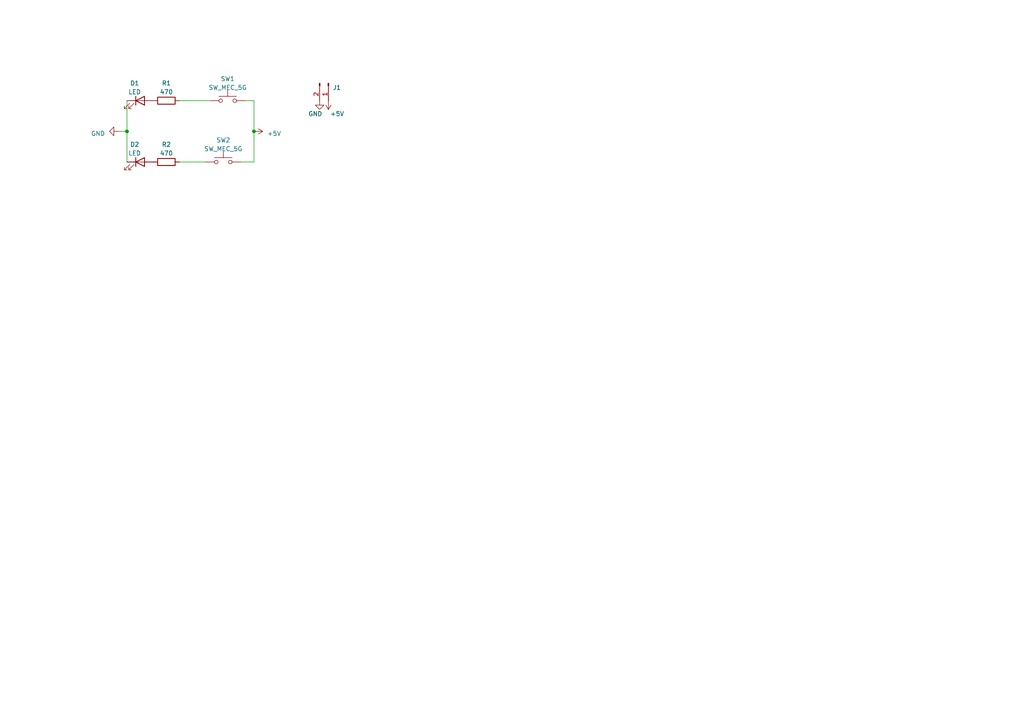
<source format=kicad_sch>
(kicad_sch (version 20230121) (generator eeschema)
  (paper "A4")
  (lib_symbols
    (symbol "Connector:Conn_01x02_Pin" (pin_names (offset 1.016) hide)
      (property "Reference" "J" (at 0 2.54 0))
      (property "Value" "Conn_01x02_Pin" (at 0 -5.08 0))
      (symbol "Conn_01x02_Pin_1_1"
        (polyline (pts (xy 1.27 -2.54) (xy 0.8636 -2.54)) (stroke (width 0.1524)))
        (polyline (pts (xy 1.27 0) (xy 0.8636 0)) (stroke (width 0.1524)))
        (rectangle (start 0.8636 -2.413) (end 0 -2.667) (stroke (width 0.1524)) (fill (type outline)))
        (rectangle (start 0.8636 0.127) (end 0 -0.127) (stroke (width 0.1524)) (fill (type outline)))
        (pin passive line (at 5.08 0 180) (length 3.81) (name "Pin_1") (number "1"))
        (pin passive line (at 5.08 -2.54 180) (length 3.81) (name "Pin_2") (number "2"))
      )
    )
    (symbol "Device:LED" (pin_numbers hide) (pin_names (offset 1.016) hide)
      (property "Reference" "D" (at 0 2.54 0))
      (property "Value" "LED" (at 0 -2.54 0))
      (symbol "LED_0_1"
        (polyline (pts (xy -1.27 -1.27) (xy -1.27 1.27)) (stroke (width 0.254)))
        (polyline (pts (xy -1.27 0) (xy 1.27 0)))
        (polyline (pts (xy 1.27 -1.27) (xy 1.27 1.27) (xy -1.27 0) (xy 1.27 -1.27)) (stroke (width 0.254)))
        (polyline (pts (xy -3.048 -0.762) (xy -4.572 -2.286) (xy -3.81 -2.286) (xy -4.572 -2.286) (xy -4.572 -1.524)))
        (polyline (pts (xy -1.778 -0.762) (xy -3.302 -2.286) (xy -2.54 -2.286) (xy -3.302 -2.286) (xy -3.302 -1.524)))
      )
      (symbol "LED_1_1"
        (pin passive line (at -3.81 0 0) (length 2.54) (name "K") (number "1"))
        (pin passive line (at 3.81 0 180) (length 2.54) (name "A") (number "2"))
      )
    )
    (symbol "Device:R" (pin_numbers hide) (pin_names (offset 0))
      (property "Reference" "R" (at 2.032 0 90))
      (property "Value" "R" (at 0 0 90))
      (symbol "R_0_1"
        (rectangle (start -1.016 -2.54) (end 1.016 2.54) (stroke (width 0.254)))
      )
      (symbol "R_1_1"
        (pin passive line (at 0 3.81 270) (length 1.27) (name "~") (number "1"))
        (pin passive line (at 0 -3.81 90) (length 1.27) (name "~") (number "2"))
      )
    )
    (symbol "Switch:SW_MEC_5G" (pin_numbers hide) (pin_names (offset 1.016) hide)
      (property "Reference" "SW" (at 1.27 2.54 0))
      (property "Value" "SW_MEC_5G" (at 0 -1.524 0))
      (symbol "SW_MEC_5G_0_1"
        (circle (center -2.032 0) (radius 0.508))
        (polyline (pts (xy 0 1.27) (xy 0 3.048)))
        (polyline (pts (xy 2.54 1.27) (xy -2.54 1.27)))
        (circle (center 2.032 0) (radius 0.508))
        (pin passive line (at -5.08 0 0) (length 2.54) (name "A") (number "1"))
        (pin passive line (at 5.08 0 180) (length 2.54) (name "B") (number "3"))
      )
      (symbol "SW_MEC_5G_1_1"
        (pin passive line (at -5.08 0 0) (length 2.54) hide (name "A") (number "2"))
        (pin passive line (at 5.08 0 180) (length 2.54) hide (name "B") (number "4"))
      )
    )
    (symbol "power:+5V" (power) (pin_names (offset 0))
      (property "Value" "+5V" (at 0 3.556 0))
      (symbol "+5V_0_1"
        (polyline (pts (xy -0.762 1.27) (xy 0 2.54)))
        (polyline (pts (xy 0 0) (xy 0 2.54)))
        (polyline (pts (xy 0 2.54) (xy 0.762 1.27)))
      )
      (symbol "+5V_1_1"
        (pin power_in line (at 0 0 90) (length 0) hide (name "+5V") (number "1"))
      )
    )
    (symbol "power:GND" (power) (pin_names (offset 0))
      (property "Value" "GND" (at 0 -3.81 0))
      (symbol "GND_0_1"
        (polyline (pts (xy 0 0) (xy 0 -1.27) (xy 1.27 -1.27) (xy 0 -2.54) (xy -1.27 -1.27) (xy 0 -1.27)))
      )
      (symbol "GND_1_1"
        (pin power_in line (at 0 0 270) (length 0) hide (name "GND") (number "1"))
      )
    )
  )
  (junction (at 36.83 38.1))
  (junction (at 73.66 38.1))
  (wire (pts (xy 73.66 46.99) (xy 73.66 38.1)))
  (wire (pts (xy 69.85 46.99) (xy 73.66 46.99)))
  (wire (pts (xy 36.83 38.1) (xy 36.83 46.99)))
  (wire (pts (xy 52.07 46.99) (xy 59.69 46.99)))
  (wire (pts (xy 52.07 29.21) (xy 60.96 29.21)))
  (wire (pts (xy 73.66 29.21) (xy 71.12 29.21)))
  (wire (pts (xy 73.66 38.1) (xy 73.66 29.21)))
  (wire (pts (xy 34.29 38.1) (xy 36.83 38.1)))
  (wire (pts (xy 36.83 29.21) (xy 36.83 38.1)))
  (symbol (lib_id "Switch:SW_MEC_5G") (at 66.04 29.21 0) (unit 1)
    (property "Reference" "SW1" (at 66.04 22.86 0))
    (property "Value" "SW_MEC_5G" (at 66.04 25.4 0))
    (property "Footprint" "Button_Switch_SMD:SW_MEC_5GSH9" (effects hide))
    (property "Datasheet" "http://www.apem.com/int/index.php?controller=attachment&id_attachment=488" (effects hide))
  )
  (symbol (lib_id "Device:R") (at 48.26 29.21 90) (unit 1)
    (property "Reference" "R1" (at 48.26 24.13 90))
    (property "Value" "470" (at 48.26 26.67 90))
    (property "Footprint" "Resistor_THT:R_Axial_DIN0614_L14.3mm_D5.7mm_P25.40mm_Horizontal" (effects hide))
  )
  (symbol (lib_id "Device:R") (at 48.26 46.99 90) (unit 1)
    (property "Reference" "R2" (at 48.26 41.91 90))
    (property "Value" "470" (at 48.26 44.45 90))
    (property "Footprint" "Resistor_THT:R_Axial_DIN0614_L14.3mm_D5.7mm_P25.40mm_Horizontal" (effects hide))
  )
  (symbol (lib_id "Device:LED") (at 40.64 46.99 0) (unit 1)
    (property "Reference" "D2" (at 39.0525 41.91 0))
    (property "Value" "LED" (at 39.0525 44.45 0))
    (property "Footprint" "LED_THT:LED_D3.0mm" (effects hide))
  )
  (symbol (lib_id "Device:LED") (at 40.64 29.21 0) (unit 1)
    (property "Reference" "D1" (at 39.0525 24.13 0))
    (property "Value" "LED" (at 39.0525 26.67 0))
    (property "Footprint" "LED_THT:LED_D3.0mm" (effects hide))
  )
  (symbol (lib_id "power:GND") (at 34.29 38.1 270) (unit 1)
    (property "Reference" "#PWR01" (effects hide))
    (property "Value" "GND" (at 30.48 38.735 90) (effects (justify right)))
  )
  (symbol (lib_id "Switch:SW_MEC_5G") (at 64.77 46.99 0) (unit 1)
    (property "Reference" "SW2" (at 64.77 40.64 0))
    (property "Value" "SW_MEC_5G" (at 64.77 43.18 0))
    (property "Footprint" "Button_Switch_SMD:SW_MEC_5GSH9" (effects hide))
    (property "Datasheet" "http://www.apem.com/int/index.php?controller=attachment&id_attachment=488" (effects hide))
  )
  (symbol (lib_id "Connector:Conn_01x02_Pin") (at 95.25 24.13 270) (unit 1)
    (property "Reference" "J1" (at 96.52 25.4 90) (effects (justify left)))
    (property "Value" "Conn_01x02_Pin" (effects hide))
    (property "Footprint" "Connector_AMASS:AMASS_XT30U-M_1x02_P5.0mm_Vertical" (effects hide))
  )
  (symbol (lib_id "power:+5V") (at 95.25 29.21 180) (unit 1)
    (property "Reference" "#PWR03" (effects hide))
    (property "Value" "+5V" (at 97.79 33.02 0))
  )
  (symbol (lib_id "power:+5V") (at 73.66 38.1 270) (unit 1)
    (property "Reference" "#PWR02" (effects hide))
    (property "Value" "+5V" (at 77.47 38.735 90) (effects (justify left)))
  )
  (symbol (lib_id "power:GND") (at 92.71 29.21 0) (unit 1)
    (property "Reference" "#PWR04" (effects hide))
    (property "Value" "GND" (at 91.44 33.02 0))
  )
)
</source>
